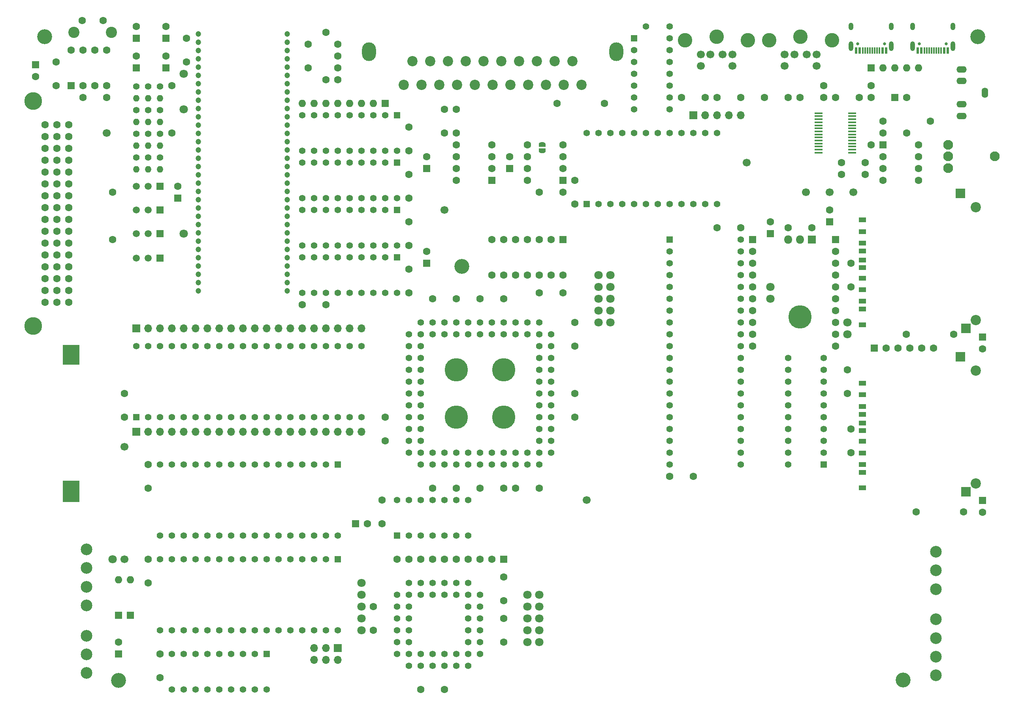
<source format=gts>
G04 #@! TF.GenerationSoftware,KiCad,Pcbnew,5.1.9*
G04 #@! TF.CreationDate,2021-04-27T01:21:22+02:00*
G04 #@! TF.ProjectId,main,6d61696e-2e6b-4696-9361-645f70636258,rev?*
G04 #@! TF.SameCoordinates,Original*
G04 #@! TF.FileFunction,Soldermask,Top*
G04 #@! TF.FilePolarity,Negative*
%FSLAX46Y46*%
G04 Gerber Fmt 4.6, Leading zero omitted, Abs format (unit mm)*
G04 Created by KiCad (PCBNEW 5.1.9) date 2021-04-27 01:21:22*
%MOMM*%
%LPD*%
G01*
G04 APERTURE LIST*
%ADD10R,0.600000X1.450000*%
%ADD11R,0.300000X1.450000*%
%ADD12C,0.650000*%
%ADD13O,1.000000X2.100000*%
%ADD14O,1.000000X1.600000*%
%ADD15C,1.700000*%
%ADD16C,3.200000*%
%ADD17C,1.422400*%
%ADD18R,1.422400X1.422400*%
%ADD19C,5.000000*%
%ADD20C,1.800000*%
%ADD21R,1.600000X1.600000*%
%ADD22C,1.600000*%
%ADD23C,3.800000*%
%ADD24C,2.100000*%
%ADD25R,1.750000X0.440000*%
%ADD26O,1.600000X1.600000*%
%ADD27C,2.200000*%
%ADD28O,3.000000X4.000000*%
%ADD29R,3.599180X4.599940*%
%ADD30R,3.599180X4.200000*%
%ADD31R,1.498600X0.998220*%
%ADD32R,2.000000X2.000000*%
%ADD33C,3.100000*%
%ADD34C,2.500000*%
%ADD35O,1.400000X2.200000*%
%ADD36O,2.200000X1.400000*%
%ADD37C,0.100000*%
%ADD38C,2.400000*%
%ADD39C,1.200000*%
%ADD40R,1.520000X1.520000*%
%ADD41C,1.520000*%
%ADD42O,1.400000X1.400000*%
%ADD43C,1.400000*%
%ADD44O,1.800000X1.800000*%
%ADD45R,1.800000X1.800000*%
%ADD46O,1.700000X1.700000*%
%ADD47R,1.700000X1.700000*%
G04 APERTURE END LIST*
D10*
X208105000Y-22935000D03*
X214555000Y-22935000D03*
X208880000Y-22935000D03*
X213780000Y-22935000D03*
D11*
X213080000Y-22935000D03*
X209580000Y-22935000D03*
X212580000Y-22935000D03*
X210080000Y-22935000D03*
X212080000Y-22935000D03*
X210580000Y-22935000D03*
X211080000Y-22935000D03*
X211580000Y-22935000D03*
D12*
X208440000Y-21490000D03*
X214220000Y-21490000D03*
D13*
X215650000Y-22020000D03*
X207010000Y-22020000D03*
D14*
X215650000Y-17840000D03*
X207010000Y-17840000D03*
X193800000Y-17840000D03*
X202440000Y-17840000D03*
D13*
X193800000Y-22020000D03*
X202440000Y-22020000D03*
D12*
X201010000Y-21490000D03*
X195230000Y-21490000D03*
D11*
X198370000Y-22935000D03*
X197870000Y-22935000D03*
X197370000Y-22935000D03*
X198870000Y-22935000D03*
X196870000Y-22935000D03*
X199370000Y-22935000D03*
X196370000Y-22935000D03*
X199870000Y-22935000D03*
D10*
X200570000Y-22935000D03*
X195670000Y-22935000D03*
X201345000Y-22935000D03*
X194895000Y-22935000D03*
D15*
X184150000Y-53340000D03*
X194310000Y-53340000D03*
X137160000Y-119380000D03*
X171450000Y-46990000D03*
X189230000Y-53340000D03*
X106680000Y-57150000D03*
X34290000Y-40640000D03*
X38100000Y-107950000D03*
X38100000Y-132080000D03*
D16*
X21000000Y-20000000D03*
D17*
X137160000Y-40640000D03*
X165100000Y-55880000D03*
X139700000Y-40640000D03*
X162560000Y-55880000D03*
X142240000Y-40640000D03*
X160020000Y-55880000D03*
X144780000Y-40640000D03*
X157480000Y-55880000D03*
X147320000Y-40640000D03*
X154940000Y-55880000D03*
X149860000Y-40640000D03*
X152400000Y-55880000D03*
X152400000Y-40640000D03*
X149860000Y-55880000D03*
X154940000Y-40640000D03*
X147320000Y-55880000D03*
X157480000Y-40640000D03*
X144780000Y-55880000D03*
X160020000Y-40640000D03*
X142240000Y-55880000D03*
X162560000Y-40640000D03*
X139700000Y-55880000D03*
X165100000Y-40640000D03*
D18*
X137160000Y-55880000D03*
D17*
X114300000Y-83820000D03*
X114300000Y-81280000D03*
X111760000Y-81280000D03*
X111760000Y-83820000D03*
X109220000Y-81280000D03*
X109220000Y-83820000D03*
X106680000Y-81280000D03*
X106680000Y-83820000D03*
X104140000Y-81280000D03*
X104140000Y-83820000D03*
X101600000Y-81280000D03*
X99060000Y-83820000D03*
X101600000Y-83820000D03*
X99060000Y-86360000D03*
X101600000Y-86360000D03*
X99060000Y-88900000D03*
X101600000Y-88900000D03*
X99060000Y-91440000D03*
X101600000Y-91440000D03*
X99060000Y-93980000D03*
X101600000Y-93980000D03*
X99060000Y-96520000D03*
X101600000Y-96520000D03*
X99060000Y-99060000D03*
X101600000Y-99060000D03*
X99060000Y-101600000D03*
X101600000Y-101600000D03*
X99060000Y-109220000D03*
X99060000Y-104140000D03*
X101600000Y-104140000D03*
X99060000Y-106680000D03*
X101600000Y-106680000D03*
X101600000Y-111760000D03*
X101600000Y-109220000D03*
X104140000Y-111760000D03*
X104140000Y-109220000D03*
X106680000Y-111760000D03*
X106680000Y-109220000D03*
X109220000Y-111760000D03*
X109220000Y-109220000D03*
X111760000Y-111760000D03*
X111760000Y-109220000D03*
X114300000Y-111760000D03*
X114300000Y-109220000D03*
X116840000Y-111760000D03*
X116840000Y-109220000D03*
X119380000Y-111760000D03*
X119380000Y-109220000D03*
X121920000Y-111760000D03*
X121920000Y-109220000D03*
X124460000Y-111760000D03*
X124460000Y-109220000D03*
X127000000Y-111760000D03*
X129540000Y-109220000D03*
X127000000Y-109220000D03*
X129540000Y-106680000D03*
X127000000Y-106680000D03*
X129540000Y-104140000D03*
X127000000Y-104140000D03*
X129540000Y-101600000D03*
X127000000Y-101600000D03*
X129540000Y-99060000D03*
X127000000Y-99060000D03*
X129540000Y-96520000D03*
X127000000Y-96520000D03*
X129540000Y-93980000D03*
X127000000Y-93980000D03*
X129540000Y-91440000D03*
X127000000Y-91440000D03*
X129540000Y-88900000D03*
X127000000Y-88900000D03*
X129540000Y-86360000D03*
X127000000Y-86360000D03*
X129540000Y-83820000D03*
X127000000Y-81280000D03*
X127000000Y-83820000D03*
X124460000Y-81280000D03*
X124460000Y-83820000D03*
X121920000Y-81280000D03*
X121920000Y-83820000D03*
X119380000Y-81280000D03*
X119380000Y-83820000D03*
X116840000Y-81280000D03*
X116840000Y-83820000D03*
D19*
X109220000Y-101600000D03*
X119380000Y-101600000D03*
X119380000Y-91440000D03*
X109220000Y-91440000D03*
D20*
X142240000Y-71120000D03*
X139700000Y-71120000D03*
X139700000Y-73660000D03*
X142240000Y-73660000D03*
X142240000Y-81280000D03*
X139700000Y-81280000D03*
X142240000Y-78740000D03*
X139700000Y-78740000D03*
X142240000Y-76200000D03*
X139700000Y-76200000D03*
D21*
X132080000Y-63500000D03*
D22*
X116840000Y-71120000D03*
X129540000Y-63500000D03*
X119380000Y-71120000D03*
X127000000Y-63500000D03*
X121920000Y-71120000D03*
X124460000Y-63500000D03*
X124460000Y-71120000D03*
X121920000Y-63500000D03*
X127000000Y-71120000D03*
X119380000Y-63500000D03*
X129540000Y-71120000D03*
X116840000Y-63500000D03*
X132080000Y-71120000D03*
D17*
X96520000Y-74930000D03*
X76200000Y-67310000D03*
X93980000Y-74930000D03*
X78740000Y-67310000D03*
X91440000Y-74930000D03*
X81280000Y-67310000D03*
X88900000Y-74930000D03*
X83820000Y-67310000D03*
X86360000Y-74930000D03*
X86360000Y-67310000D03*
X83820000Y-74930000D03*
X88900000Y-67310000D03*
X81280000Y-74930000D03*
X91440000Y-67310000D03*
X78740000Y-74930000D03*
X93980000Y-67310000D03*
X76200000Y-74930000D03*
D18*
X96520000Y-67310000D03*
D16*
X110439200Y-69240400D03*
X205000000Y-158000000D03*
D22*
X26180000Y-77000000D03*
X26180000Y-74460000D03*
X26180000Y-71920000D03*
X26180000Y-69380000D03*
X26180000Y-66840000D03*
X26180000Y-64300000D03*
X26180000Y-61760000D03*
X26180000Y-59220000D03*
X26180000Y-56680000D03*
X26180000Y-54140000D03*
X26180000Y-51600000D03*
X26180000Y-49060000D03*
X26180000Y-46520000D03*
X26180000Y-43980000D03*
X26180000Y-41440000D03*
X26180000Y-38900000D03*
X23640000Y-77000000D03*
X23640000Y-74460000D03*
X23640000Y-71920000D03*
X23640000Y-69380000D03*
X23640000Y-66840000D03*
X23640000Y-64300000D03*
X23640000Y-61760000D03*
X23640000Y-59220000D03*
X23640000Y-56680000D03*
X23640000Y-54140000D03*
X23640000Y-51600000D03*
X23640000Y-49060000D03*
X23640000Y-46520000D03*
X23640000Y-43980000D03*
X23640000Y-41440000D03*
X23640000Y-38900000D03*
X21100000Y-77000000D03*
X21100000Y-74460000D03*
X21100000Y-71920000D03*
X21100000Y-69380000D03*
X21100000Y-66840000D03*
X21100000Y-64300000D03*
X21100000Y-61760000D03*
X21100000Y-59220000D03*
X21100000Y-56680000D03*
X21100000Y-54140000D03*
X21100000Y-51600000D03*
X21100000Y-49060000D03*
X21100000Y-46520000D03*
X21100000Y-43980000D03*
X21100000Y-41440000D03*
D23*
X18560000Y-82080000D03*
X18560000Y-33820000D03*
D22*
X21100000Y-38900000D03*
D24*
X214630000Y-43180000D03*
X214630000Y-45680000D03*
X214630000Y-48180000D03*
X224630000Y-45680000D03*
D25*
X194100000Y-36415000D03*
X194100000Y-37065000D03*
X194100000Y-37715000D03*
X194100000Y-38365000D03*
X194100000Y-39015000D03*
X194100000Y-39665000D03*
X194100000Y-40315000D03*
X194100000Y-40965000D03*
X194100000Y-41615000D03*
X194100000Y-42265000D03*
X194100000Y-42915000D03*
X194100000Y-43565000D03*
X194100000Y-44215000D03*
X194100000Y-44865000D03*
X186900000Y-44865000D03*
X186900000Y-44215000D03*
X186900000Y-43565000D03*
X186900000Y-42915000D03*
X186900000Y-42265000D03*
X186900000Y-41615000D03*
X186900000Y-40965000D03*
X186900000Y-40315000D03*
X186900000Y-39665000D03*
X186900000Y-39015000D03*
X186900000Y-38365000D03*
X186900000Y-37715000D03*
X186900000Y-37065000D03*
X186900000Y-36415000D03*
D17*
X68580000Y-160020000D03*
X48260000Y-152400000D03*
X66040000Y-160020000D03*
X50800000Y-152400000D03*
X63500000Y-160020000D03*
X53340000Y-152400000D03*
X60960000Y-160020000D03*
X55880000Y-152400000D03*
X58420000Y-160020000D03*
X58420000Y-152400000D03*
X55880000Y-160020000D03*
X60960000Y-152400000D03*
X53340000Y-160020000D03*
X63500000Y-152400000D03*
X50800000Y-160020000D03*
X66040000Y-152400000D03*
X48260000Y-160020000D03*
D18*
X68580000Y-152400000D03*
D21*
X39370000Y-144145000D03*
D26*
X39370000Y-136525000D03*
D17*
X40640000Y-86360000D03*
X88900000Y-101600000D03*
X43180000Y-86360000D03*
X86360000Y-101600000D03*
X45720000Y-86360000D03*
X83820000Y-101600000D03*
X48260000Y-86360000D03*
X81280000Y-101600000D03*
X50800000Y-86360000D03*
X78740000Y-101600000D03*
X53340000Y-86360000D03*
X76200000Y-101600000D03*
X55880000Y-86360000D03*
X73660000Y-101600000D03*
X58420000Y-86360000D03*
X71120000Y-101600000D03*
X60960000Y-86360000D03*
X68580000Y-101600000D03*
X63500000Y-86360000D03*
X66040000Y-101600000D03*
X66040000Y-86360000D03*
X63500000Y-101600000D03*
X68580000Y-86360000D03*
X60960000Y-101600000D03*
X71120000Y-86360000D03*
X58420000Y-101600000D03*
X73660000Y-86360000D03*
X55880000Y-101600000D03*
X76200000Y-86360000D03*
X53340000Y-101600000D03*
X78740000Y-86360000D03*
X50800000Y-101600000D03*
X81280000Y-86360000D03*
X48260000Y-101600000D03*
X83820000Y-86360000D03*
X45720000Y-101600000D03*
X86360000Y-86360000D03*
X43180000Y-101600000D03*
X88900000Y-86360000D03*
D18*
X40640000Y-101600000D03*
D16*
X221000000Y-20000000D03*
X36830000Y-158115000D03*
D27*
X97950000Y-30298640D03*
X99855000Y-25218640D03*
X101760000Y-30298640D03*
X103665000Y-25218640D03*
X105570000Y-30298640D03*
X107475000Y-25218640D03*
X109380000Y-30298640D03*
X111285000Y-25218640D03*
X113190000Y-30298640D03*
X115095000Y-25218640D03*
X117000000Y-30298640D03*
X118905000Y-25218640D03*
X120810000Y-30298640D03*
X122715000Y-25218640D03*
X124620000Y-30298640D03*
X126525000Y-25218640D03*
X128430000Y-30298640D03*
X130335000Y-25218640D03*
X132240000Y-30298640D03*
X134145000Y-25218640D03*
X136050000Y-30298640D03*
D28*
X90500180Y-23219660D03*
X143499820Y-23219660D03*
D29*
X26670000Y-117520720D03*
D30*
X26670000Y-88219280D03*
D22*
X132080000Y-74930000D03*
X127000000Y-74930000D03*
X38100000Y-101600000D03*
X38100000Y-96520000D03*
X43180000Y-116840000D03*
X43180000Y-111760000D03*
X43180000Y-132080000D03*
X43180000Y-137160000D03*
X93345000Y-119380000D03*
X93345000Y-124460000D03*
X23495000Y-30480000D03*
X23495000Y-25400000D03*
X29210000Y-33020000D03*
X34290000Y-33020000D03*
D21*
X19050000Y-26035000D03*
D22*
X19050000Y-28575000D03*
X114300000Y-76200000D03*
X119380000Y-76200000D03*
X134620000Y-86360000D03*
X134620000Y-81280000D03*
X134620000Y-96520000D03*
X134620000Y-101600000D03*
X114300000Y-116840000D03*
X119380000Y-116840000D03*
X127000000Y-116840000D03*
X121920000Y-116840000D03*
X109220000Y-116840000D03*
X104140000Y-116840000D03*
X93980000Y-101600000D03*
X93980000Y-106680000D03*
X109220000Y-76200000D03*
X104140000Y-76200000D03*
X83820000Y-24130000D03*
X83820000Y-21590000D03*
X83820000Y-29210000D03*
X83820000Y-26670000D03*
X99060000Y-69850000D03*
X99060000Y-74930000D03*
X99060000Y-64770000D03*
X99060000Y-59690000D03*
X99060000Y-49530000D03*
X99060000Y-54610000D03*
X99060000Y-44450000D03*
X99060000Y-39370000D03*
X49530000Y-52070000D03*
D21*
X49530000Y-54610000D03*
X102870000Y-48260000D03*
D22*
X102870000Y-45720000D03*
X102870000Y-66040000D03*
D21*
X102870000Y-68580000D03*
D22*
X40640000Y-17780000D03*
D21*
X40640000Y-20320000D03*
D22*
X51435000Y-20320000D03*
X51435000Y-25400000D03*
X81280000Y-77470000D03*
X76200000Y-77470000D03*
D21*
X46990000Y-26670000D03*
D22*
X46990000Y-24130000D03*
X193820000Y-104160000D03*
X193820000Y-109240000D03*
X193820000Y-68600000D03*
X193820000Y-73680000D03*
X193040000Y-96520000D03*
X193040000Y-91440000D03*
X191770000Y-49530000D03*
X196850000Y-49530000D03*
X195580000Y-33020000D03*
X190500000Y-33020000D03*
D21*
X87630000Y-124460000D03*
D22*
X90170000Y-124460000D03*
X191770000Y-46990000D03*
X196850000Y-46990000D03*
X157480000Y-33020000D03*
X162560000Y-33020000D03*
X165100000Y-33020000D03*
X170180000Y-33020000D03*
X175260000Y-33020000D03*
X180340000Y-33020000D03*
X182880000Y-33020000D03*
X187960000Y-33020000D03*
D17*
X149860000Y-17780000D03*
X154940000Y-17780000D03*
D22*
X170180000Y-60960000D03*
X165100000Y-60960000D03*
X134620000Y-50800000D03*
X134620000Y-55880000D03*
X127000000Y-53340000D03*
X132080000Y-53340000D03*
X120650000Y-45720000D03*
D21*
X120650000Y-48260000D03*
D22*
X106680000Y-35560000D03*
X106680000Y-40640000D03*
X109220000Y-40640000D03*
X109220000Y-35560000D03*
X205740000Y-40640000D03*
X200660000Y-40640000D03*
D21*
X203200000Y-33020000D03*
D22*
X205740000Y-33020000D03*
X222000000Y-122040000D03*
D21*
X222000000Y-119500000D03*
X222000000Y-84460000D03*
D22*
X222000000Y-87000000D03*
D26*
X36830000Y-136525000D03*
D21*
X36830000Y-144145000D03*
D27*
X220532200Y-115816848D03*
X220532200Y-91620808D03*
D31*
X196224400Y-116797288D03*
D32*
X217230000Y-88650000D03*
X218430000Y-117600000D03*
D31*
X196224400Y-101021348D03*
X196224400Y-94320828D03*
X196224400Y-113447028D03*
X196224400Y-111747768D03*
X196224400Y-109316988D03*
X196224400Y-106817628D03*
X196224400Y-104541788D03*
X196224400Y-102895868D03*
X196224400Y-99319548D03*
X196224400Y-96820188D03*
X196224400Y-61820188D03*
X196224400Y-64319548D03*
X196224400Y-67895868D03*
X196224400Y-69541788D03*
X196224400Y-71817628D03*
X196224400Y-74316988D03*
X196224400Y-76747768D03*
X196224400Y-78447028D03*
X196224400Y-59320828D03*
X196224400Y-66021348D03*
D32*
X218430000Y-82600000D03*
X217230000Y-53650000D03*
D31*
X196224400Y-81797288D03*
D27*
X220532200Y-56620808D03*
X220532200Y-80816848D03*
D15*
X163700000Y-23800000D03*
X166300000Y-23800000D03*
X161600000Y-26300000D03*
X168400000Y-26300000D03*
X161600000Y-23800000D03*
X168400000Y-23800000D03*
D33*
X171750000Y-20800000D03*
X165000000Y-20000000D03*
X158250000Y-20800000D03*
X176250000Y-20800000D03*
X183000000Y-20000000D03*
X189750000Y-20800000D03*
D15*
X186400000Y-23800000D03*
X179600000Y-23800000D03*
X186400000Y-26300000D03*
X179600000Y-26300000D03*
X184300000Y-23800000D03*
X181700000Y-23800000D03*
D34*
X30000000Y-156500000D03*
X30000000Y-152500000D03*
X30000000Y-148500000D03*
X30000000Y-142000000D03*
X30000000Y-138000000D03*
X30000000Y-134000000D03*
X30000000Y-130000000D03*
X212000000Y-157000000D03*
X212000000Y-153000000D03*
X212000000Y-149000000D03*
X212000000Y-145000000D03*
X212000000Y-138500000D03*
X212000000Y-134500000D03*
X212000000Y-130500000D03*
D35*
X222500000Y-32000000D03*
D36*
X217500000Y-34500000D03*
X217500000Y-37000000D03*
X217500000Y-29500000D03*
X217500000Y-27000000D03*
D37*
G36*
X126885000Y-43650000D02*
G01*
X126885000Y-43150000D01*
X126885602Y-43150000D01*
X126885602Y-43125466D01*
X126890412Y-43076635D01*
X126899984Y-43028510D01*
X126914228Y-42981555D01*
X126933005Y-42936222D01*
X126956136Y-42892949D01*
X126983396Y-42852150D01*
X127014524Y-42814221D01*
X127049221Y-42779524D01*
X127087150Y-42748396D01*
X127127949Y-42721136D01*
X127171222Y-42698005D01*
X127216555Y-42679228D01*
X127263510Y-42664984D01*
X127311635Y-42655412D01*
X127360466Y-42650602D01*
X127385000Y-42650602D01*
X127385000Y-42650000D01*
X127885000Y-42650000D01*
X127885000Y-42650602D01*
X127909534Y-42650602D01*
X127958365Y-42655412D01*
X128006490Y-42664984D01*
X128053445Y-42679228D01*
X128098778Y-42698005D01*
X128142051Y-42721136D01*
X128182850Y-42748396D01*
X128220779Y-42779524D01*
X128255476Y-42814221D01*
X128286604Y-42852150D01*
X128313864Y-42892949D01*
X128336995Y-42936222D01*
X128355772Y-42981555D01*
X128370016Y-43028510D01*
X128379588Y-43076635D01*
X128384398Y-43125466D01*
X128384398Y-43150000D01*
X128385000Y-43150000D01*
X128385000Y-43650000D01*
X126885000Y-43650000D01*
G37*
G36*
X128384398Y-44450000D02*
G01*
X128384398Y-44474534D01*
X128379588Y-44523365D01*
X128370016Y-44571490D01*
X128355772Y-44618445D01*
X128336995Y-44663778D01*
X128313864Y-44707051D01*
X128286604Y-44747850D01*
X128255476Y-44785779D01*
X128220779Y-44820476D01*
X128182850Y-44851604D01*
X128142051Y-44878864D01*
X128098778Y-44901995D01*
X128053445Y-44920772D01*
X128006490Y-44935016D01*
X127958365Y-44944588D01*
X127909534Y-44949398D01*
X127885000Y-44949398D01*
X127885000Y-44950000D01*
X127385000Y-44950000D01*
X127385000Y-44949398D01*
X127360466Y-44949398D01*
X127311635Y-44944588D01*
X127263510Y-44935016D01*
X127216555Y-44920772D01*
X127171222Y-44901995D01*
X127127949Y-44878864D01*
X127087150Y-44851604D01*
X127049221Y-44820476D01*
X127014524Y-44785779D01*
X126983396Y-44747850D01*
X126956136Y-44707051D01*
X126933005Y-44663778D01*
X126914228Y-44618445D01*
X126899984Y-44571490D01*
X126890412Y-44523365D01*
X126885602Y-44474534D01*
X126885602Y-44450000D01*
X126885000Y-44450000D01*
X126885000Y-43950000D01*
X128385000Y-43950000D01*
X128385000Y-44450000D01*
X128384398Y-44450000D01*
G37*
D22*
X81280000Y-19050000D03*
X81280000Y-29210000D03*
X207790000Y-121940000D03*
X217950000Y-121940000D03*
X205656400Y-83865400D03*
X215816400Y-83865400D03*
X198120000Y-30480000D03*
X187960000Y-30480000D03*
X198120000Y-43180000D03*
X198120000Y-33020000D03*
X200660000Y-38100000D03*
X210820000Y-38100000D03*
X211523800Y-86837200D03*
X208983800Y-86837200D03*
X206443800Y-86837200D03*
X203903800Y-86837200D03*
X201363800Y-86837200D03*
D21*
X198823800Y-86837200D03*
D22*
X29055060Y-16550640D03*
D38*
X27305000Y-19050000D03*
X35306000Y-19050000D03*
D22*
X33555940Y-16550640D03*
X26670000Y-22860000D03*
X34290000Y-30480000D03*
X29210000Y-22860000D03*
X31750000Y-30480000D03*
X31750000Y-22860000D03*
X29210000Y-30480000D03*
X34290000Y-22860000D03*
D21*
X26670000Y-30480000D03*
D17*
X96520000Y-119380000D03*
X111760000Y-127000000D03*
X99060000Y-119380000D03*
X109220000Y-127000000D03*
X101600000Y-119380000D03*
X106680000Y-127000000D03*
X104140000Y-119380000D03*
X104140000Y-127000000D03*
X106680000Y-119380000D03*
X101600000Y-127000000D03*
X109220000Y-119380000D03*
X99060000Y-127000000D03*
X111760000Y-119380000D03*
D18*
X96520000Y-127000000D03*
X83820000Y-111760000D03*
D17*
X55880000Y-127000000D03*
X81280000Y-111760000D03*
X58420000Y-127000000D03*
X78740000Y-111760000D03*
X60960000Y-127000000D03*
X76200000Y-111760000D03*
X63500000Y-127000000D03*
X73660000Y-111760000D03*
X66040000Y-127000000D03*
X71120000Y-111760000D03*
X68580000Y-127000000D03*
X68580000Y-111760000D03*
X71120000Y-127000000D03*
X66040000Y-111760000D03*
X73660000Y-127000000D03*
X63500000Y-111760000D03*
X76200000Y-127000000D03*
X60960000Y-111760000D03*
X78740000Y-127000000D03*
X58420000Y-111760000D03*
X81280000Y-127000000D03*
X55880000Y-111760000D03*
X83820000Y-127000000D03*
X53340000Y-111760000D03*
X50800000Y-111760000D03*
X48260000Y-111760000D03*
X45720000Y-111760000D03*
X45720000Y-127000000D03*
X48260000Y-127000000D03*
X50800000Y-127000000D03*
X53340000Y-127000000D03*
D18*
X96520000Y-46990000D03*
D17*
X76200000Y-54610000D03*
X93980000Y-46990000D03*
X78740000Y-54610000D03*
X91440000Y-46990000D03*
X81280000Y-54610000D03*
X88900000Y-46990000D03*
X83820000Y-54610000D03*
X86360000Y-46990000D03*
X86360000Y-54610000D03*
X83820000Y-46990000D03*
X88900000Y-54610000D03*
X81280000Y-46990000D03*
X91440000Y-54610000D03*
X78740000Y-46990000D03*
X93980000Y-54610000D03*
X76200000Y-46990000D03*
X96520000Y-54610000D03*
X96520000Y-64770000D03*
X76200000Y-57150000D03*
X93980000Y-64770000D03*
X78740000Y-57150000D03*
X91440000Y-64770000D03*
X81280000Y-57150000D03*
X88900000Y-64770000D03*
X83820000Y-57150000D03*
X86360000Y-64770000D03*
X86360000Y-57150000D03*
X83820000Y-64770000D03*
X88900000Y-57150000D03*
X81280000Y-64770000D03*
X91440000Y-57150000D03*
X78740000Y-64770000D03*
X93980000Y-57150000D03*
X76200000Y-64770000D03*
D18*
X96520000Y-57150000D03*
X96520000Y-36830000D03*
D17*
X76200000Y-44450000D03*
X93980000Y-36830000D03*
X78740000Y-44450000D03*
X91440000Y-36830000D03*
X81280000Y-44450000D03*
X88900000Y-36830000D03*
X83820000Y-44450000D03*
X86360000Y-36830000D03*
X86360000Y-44450000D03*
X83820000Y-36830000D03*
X88900000Y-44450000D03*
X81280000Y-36830000D03*
X91440000Y-44450000D03*
X78740000Y-36830000D03*
X93980000Y-44450000D03*
X76200000Y-36830000D03*
X96520000Y-44450000D03*
D39*
X53975000Y-19431000D03*
X53975000Y-21209000D03*
X53975000Y-22987000D03*
X53975000Y-24765000D03*
X53975000Y-26543000D03*
X53975000Y-28321000D03*
X53975000Y-30099000D03*
X53975000Y-31877000D03*
X53975000Y-33655000D03*
X53975000Y-35433000D03*
X53975000Y-37211000D03*
X53975000Y-38989000D03*
X53975000Y-40767000D03*
X53975000Y-42545000D03*
X53975000Y-44323000D03*
X53975000Y-46101000D03*
X53975000Y-47879000D03*
X53975000Y-49657000D03*
X53975000Y-51435000D03*
X53975000Y-53213000D03*
X53975000Y-54991000D03*
X53975000Y-56769000D03*
X53975000Y-58547000D03*
X53975000Y-60325000D03*
X53975000Y-62103000D03*
X53975000Y-63881000D03*
X53975000Y-65659000D03*
X53975000Y-67437000D03*
X53975000Y-69215000D03*
X53975000Y-70993000D03*
X53975000Y-72771000D03*
X53975000Y-74549000D03*
X73025000Y-19431000D03*
X73025000Y-21209000D03*
X73025000Y-22987000D03*
X73025000Y-24765000D03*
X73025000Y-26543000D03*
X73025000Y-28321000D03*
X73025000Y-30099000D03*
X73025000Y-31877000D03*
X73025000Y-33655000D03*
X73025000Y-35433000D03*
X73025000Y-37211000D03*
X73025000Y-38989000D03*
X73025000Y-40767000D03*
X73025000Y-42545000D03*
X73025000Y-44323000D03*
X73025000Y-46101000D03*
X73025000Y-47879000D03*
X73025000Y-49657000D03*
X73025000Y-51435000D03*
X73025000Y-53213000D03*
X73025000Y-54991000D03*
X73025000Y-56769000D03*
X73025000Y-58547000D03*
X73025000Y-60325000D03*
X73025000Y-62103000D03*
X73025000Y-63881000D03*
X73025000Y-65659000D03*
X73025000Y-67437000D03*
X73025000Y-69215000D03*
X73025000Y-70993000D03*
X73025000Y-72771000D03*
X73025000Y-74549000D03*
D17*
X180340000Y-111760000D03*
X187960000Y-88900000D03*
X180340000Y-109220000D03*
X187960000Y-91440000D03*
X180340000Y-106680000D03*
X187960000Y-93980000D03*
X180340000Y-104140000D03*
X187960000Y-96520000D03*
X180340000Y-101600000D03*
X187960000Y-99060000D03*
X180340000Y-99060000D03*
X187960000Y-101600000D03*
X180340000Y-96520000D03*
X187960000Y-104140000D03*
X180340000Y-93980000D03*
X187960000Y-106680000D03*
X180340000Y-91440000D03*
X187960000Y-109220000D03*
X180340000Y-88900000D03*
D18*
X187960000Y-111760000D03*
D17*
X170180000Y-63500000D03*
X154940000Y-111760000D03*
X170180000Y-66040000D03*
X154940000Y-109220000D03*
X170180000Y-68580000D03*
X154940000Y-106680000D03*
X170180000Y-71120000D03*
X154940000Y-104140000D03*
X170180000Y-73660000D03*
X154940000Y-101600000D03*
X170180000Y-76200000D03*
X154940000Y-99060000D03*
X170180000Y-78740000D03*
X154940000Y-96520000D03*
X170180000Y-81280000D03*
X154940000Y-93980000D03*
X170180000Y-83820000D03*
X154940000Y-91440000D03*
X170180000Y-86360000D03*
X154940000Y-88900000D03*
X170180000Y-88900000D03*
X154940000Y-86360000D03*
X170180000Y-91440000D03*
X154940000Y-83820000D03*
X170180000Y-93980000D03*
X154940000Y-81280000D03*
X170180000Y-96520000D03*
X154940000Y-78740000D03*
X170180000Y-99060000D03*
X154940000Y-76200000D03*
X170180000Y-101600000D03*
X154940000Y-73660000D03*
X170180000Y-104140000D03*
X154940000Y-71120000D03*
X170180000Y-106680000D03*
X154940000Y-68580000D03*
X170180000Y-109220000D03*
X154940000Y-66040000D03*
X170180000Y-111760000D03*
D18*
X154940000Y-63500000D03*
D22*
X109220000Y-50800000D03*
X116840000Y-43180000D03*
X109220000Y-48260000D03*
X116840000Y-45720000D03*
X109220000Y-45720000D03*
X116840000Y-48260000D03*
X109220000Y-43180000D03*
D21*
X116840000Y-50800000D03*
X132080000Y-50800000D03*
D22*
X124460000Y-43180000D03*
X132080000Y-48260000D03*
X124460000Y-45720000D03*
X132080000Y-45720000D03*
X124460000Y-48260000D03*
X132080000Y-43180000D03*
X124460000Y-50800000D03*
D21*
X200660000Y-43180000D03*
D22*
X208280000Y-50800000D03*
X200660000Y-45720000D03*
X208280000Y-48260000D03*
X200660000Y-48260000D03*
X208280000Y-45720000D03*
X200660000Y-50800000D03*
X208280000Y-43180000D03*
X77470000Y-26670000D03*
X77470000Y-21590000D03*
D17*
X53340000Y-147320000D03*
X50800000Y-147320000D03*
X48260000Y-147320000D03*
X45720000Y-147320000D03*
X45720000Y-132080000D03*
X48260000Y-132080000D03*
X50800000Y-132080000D03*
X53340000Y-132080000D03*
X83820000Y-147320000D03*
X55880000Y-132080000D03*
X81280000Y-147320000D03*
X58420000Y-132080000D03*
X78740000Y-147320000D03*
X60960000Y-132080000D03*
X76200000Y-147320000D03*
X63500000Y-132080000D03*
X73660000Y-147320000D03*
X66040000Y-132080000D03*
X71120000Y-147320000D03*
X68580000Y-132080000D03*
X68580000Y-147320000D03*
X71120000Y-132080000D03*
X66040000Y-147320000D03*
X73660000Y-132080000D03*
X63500000Y-147320000D03*
X76200000Y-132080000D03*
X60960000Y-147320000D03*
X78740000Y-132080000D03*
X58420000Y-147320000D03*
X81280000Y-132080000D03*
X55880000Y-147320000D03*
D18*
X83820000Y-132080000D03*
D21*
X93980000Y-34290000D03*
D26*
X91440000Y-34290000D03*
X88900000Y-34290000D03*
X86360000Y-34290000D03*
X83820000Y-34290000D03*
X81280000Y-34290000D03*
X78740000Y-34290000D03*
X76200000Y-34290000D03*
D22*
X190500000Y-86360000D03*
X190500000Y-83820000D03*
X190500000Y-81280000D03*
X190500000Y-78740000D03*
X190500000Y-76200000D03*
X190500000Y-73660000D03*
X190500000Y-71120000D03*
X190500000Y-68580000D03*
X190500000Y-66040000D03*
D21*
X190500000Y-63500000D03*
X40640000Y-26670000D03*
D22*
X40640000Y-24130000D03*
X46990000Y-17780000D03*
D21*
X46990000Y-20320000D03*
D22*
X130810000Y-34290000D03*
X140970000Y-34290000D03*
D40*
X45720000Y-62230000D03*
D41*
X40640000Y-62230000D03*
X43180000Y-62230000D03*
X43180000Y-67470000D03*
X40640000Y-67470000D03*
D40*
X45720000Y-67470000D03*
D41*
X43180000Y-57150000D03*
X40640000Y-57150000D03*
D40*
X45720000Y-57150000D03*
X45720000Y-52070000D03*
D41*
X40640000Y-52070000D03*
X43180000Y-52070000D03*
D21*
X36830000Y-152400000D03*
D22*
X36830000Y-149860000D03*
X45720000Y-157480000D03*
X45720000Y-152400000D03*
X96520000Y-132080000D03*
X99060000Y-132080000D03*
X101600000Y-132080000D03*
X104140000Y-132080000D03*
X106680000Y-132080000D03*
X109220000Y-132080000D03*
X111760000Y-132080000D03*
X114300000Y-132080000D03*
X116840000Y-132080000D03*
D21*
X119380000Y-132080000D03*
D17*
X154940000Y-20320000D03*
X147320000Y-35560000D03*
X154940000Y-22860000D03*
X147320000Y-33020000D03*
X154940000Y-25400000D03*
X147320000Y-30480000D03*
X154940000Y-27940000D03*
X147320000Y-27940000D03*
X154940000Y-30480000D03*
X147320000Y-25400000D03*
X154940000Y-33020000D03*
X147320000Y-22860000D03*
X154940000Y-35560000D03*
D18*
X147320000Y-20320000D03*
D22*
X101600000Y-160020000D03*
X106680000Y-160020000D03*
X91440000Y-147320000D03*
X91440000Y-142240000D03*
X119380000Y-135890000D03*
X119380000Y-140970000D03*
X119380000Y-144780000D03*
X119380000Y-149860000D03*
D20*
X127000000Y-139700000D03*
X124460000Y-139700000D03*
X124460000Y-142240000D03*
X127000000Y-142240000D03*
X127000000Y-149860000D03*
X124460000Y-149860000D03*
X127000000Y-147320000D03*
X124460000Y-147320000D03*
X127000000Y-144780000D03*
X124460000Y-144780000D03*
D42*
X40640000Y-38260000D03*
D43*
X40640000Y-35720000D03*
X45720000Y-45880000D03*
D42*
X45720000Y-48420000D03*
X43180000Y-48420000D03*
D43*
X43180000Y-45880000D03*
X40640000Y-45880000D03*
D42*
X40640000Y-48420000D03*
X45720000Y-38260000D03*
D43*
X45720000Y-35720000D03*
D42*
X45720000Y-43340000D03*
D43*
X45720000Y-40800000D03*
X43180000Y-40800000D03*
D42*
X43180000Y-43340000D03*
X43180000Y-38260000D03*
D43*
X43180000Y-35720000D03*
X40640000Y-40800000D03*
D42*
X40640000Y-43340000D03*
X45720000Y-33180000D03*
D43*
X45720000Y-30640000D03*
X43180000Y-30640000D03*
D42*
X43180000Y-33180000D03*
X40640000Y-33180000D03*
D43*
X40640000Y-30640000D03*
D21*
X189230000Y-59690000D03*
D22*
X189230000Y-57150000D03*
X185420000Y-60960000D03*
X180340000Y-60960000D03*
D21*
X176530000Y-62230000D03*
D22*
X176530000Y-59690000D03*
D44*
X180340000Y-63500000D03*
X182880000Y-63500000D03*
D45*
X185420000Y-63500000D03*
D19*
X182880000Y-80160000D03*
D21*
X198120000Y-26670000D03*
D26*
X200660000Y-26670000D03*
X203200000Y-26670000D03*
X205740000Y-26670000D03*
X208280000Y-26670000D03*
D22*
X160020000Y-114300000D03*
X154940000Y-114300000D03*
X172720000Y-86360000D03*
X172720000Y-83820000D03*
X172720000Y-81280000D03*
X172720000Y-78740000D03*
X172720000Y-76200000D03*
X172720000Y-73660000D03*
X172720000Y-71120000D03*
X172720000Y-68580000D03*
X172720000Y-66040000D03*
D21*
X172720000Y-63500000D03*
D22*
X48260000Y-30480000D03*
X48260000Y-40640000D03*
D46*
X88900000Y-104775000D03*
X86360000Y-104775000D03*
X83820000Y-104775000D03*
X81280000Y-104775000D03*
X78740000Y-104775000D03*
X76200000Y-104775000D03*
X73660000Y-104775000D03*
X71120000Y-104775000D03*
X68580000Y-104775000D03*
X66040000Y-104775000D03*
X63500000Y-104775000D03*
X60960000Y-104775000D03*
X58420000Y-104775000D03*
X55880000Y-104775000D03*
X53340000Y-104775000D03*
X50800000Y-104775000D03*
X48260000Y-104775000D03*
X45720000Y-104775000D03*
X43180000Y-104775000D03*
D47*
X40640000Y-104775000D03*
X40640000Y-82550000D03*
D46*
X43180000Y-82550000D03*
X45720000Y-82550000D03*
X48260000Y-82550000D03*
X50800000Y-82550000D03*
X53340000Y-82550000D03*
X55880000Y-82550000D03*
X58420000Y-82550000D03*
X60960000Y-82550000D03*
X63500000Y-82550000D03*
X66040000Y-82550000D03*
X68580000Y-82550000D03*
X71120000Y-82550000D03*
X73660000Y-82550000D03*
X76200000Y-82550000D03*
X78740000Y-82550000D03*
X81280000Y-82550000D03*
X83820000Y-82550000D03*
X86360000Y-82550000D03*
X88900000Y-82550000D03*
D20*
X88900000Y-147320000D03*
X88900000Y-144780000D03*
X88900000Y-142240000D03*
X88900000Y-139700000D03*
X88900000Y-137160000D03*
X50800000Y-35560000D03*
X50800000Y-27940000D03*
X176530000Y-73660000D03*
X176530000Y-76200000D03*
X50800000Y-62230000D03*
X193040000Y-83820000D03*
X193040000Y-81280000D03*
X35560000Y-132080000D03*
D17*
X114300000Y-139700000D03*
X114300000Y-142240000D03*
X114300000Y-144780000D03*
X114300000Y-147320000D03*
X114300000Y-149860000D03*
X114300000Y-152400000D03*
X111760000Y-137160000D03*
X111760000Y-142240000D03*
X111760000Y-144780000D03*
X111760000Y-147320000D03*
X111760000Y-149860000D03*
X111760000Y-154940000D03*
X109220000Y-154940000D03*
X106680000Y-154940000D03*
X104140000Y-154940000D03*
X101600000Y-154940000D03*
X99060000Y-154940000D03*
X111760000Y-152400000D03*
X109220000Y-152400000D03*
X106680000Y-152400000D03*
X104140000Y-152400000D03*
X101600000Y-152400000D03*
X99060000Y-152400000D03*
X96520000Y-152400000D03*
X96520000Y-149860000D03*
X96520000Y-147320000D03*
X96520000Y-144780000D03*
X96520000Y-142240000D03*
X96520000Y-139700000D03*
X99060000Y-149860000D03*
X99060000Y-147320000D03*
X99060000Y-144780000D03*
X99060000Y-142240000D03*
X99060000Y-139700000D03*
X111760000Y-137160000D03*
X109220000Y-137160000D03*
X106680000Y-137160000D03*
X99060000Y-137160000D03*
X101600000Y-137160000D03*
X104140000Y-137160000D03*
X114300000Y-139700000D03*
X111760000Y-139700000D03*
X109220000Y-139700000D03*
X101600000Y-139700000D03*
X104140000Y-139700000D03*
X106680000Y-139700000D03*
D46*
X78740000Y-153670000D03*
X78740000Y-151130000D03*
X81280000Y-153670000D03*
X81280000Y-151130000D03*
X83820000Y-153670000D03*
D47*
X83820000Y-151130000D03*
D46*
X170180000Y-36830000D03*
X167640000Y-36830000D03*
X165100000Y-36830000D03*
X162560000Y-36830000D03*
D47*
X160020000Y-36830000D03*
D22*
X35560000Y-63500000D03*
X35560000Y-53340000D03*
M02*

</source>
